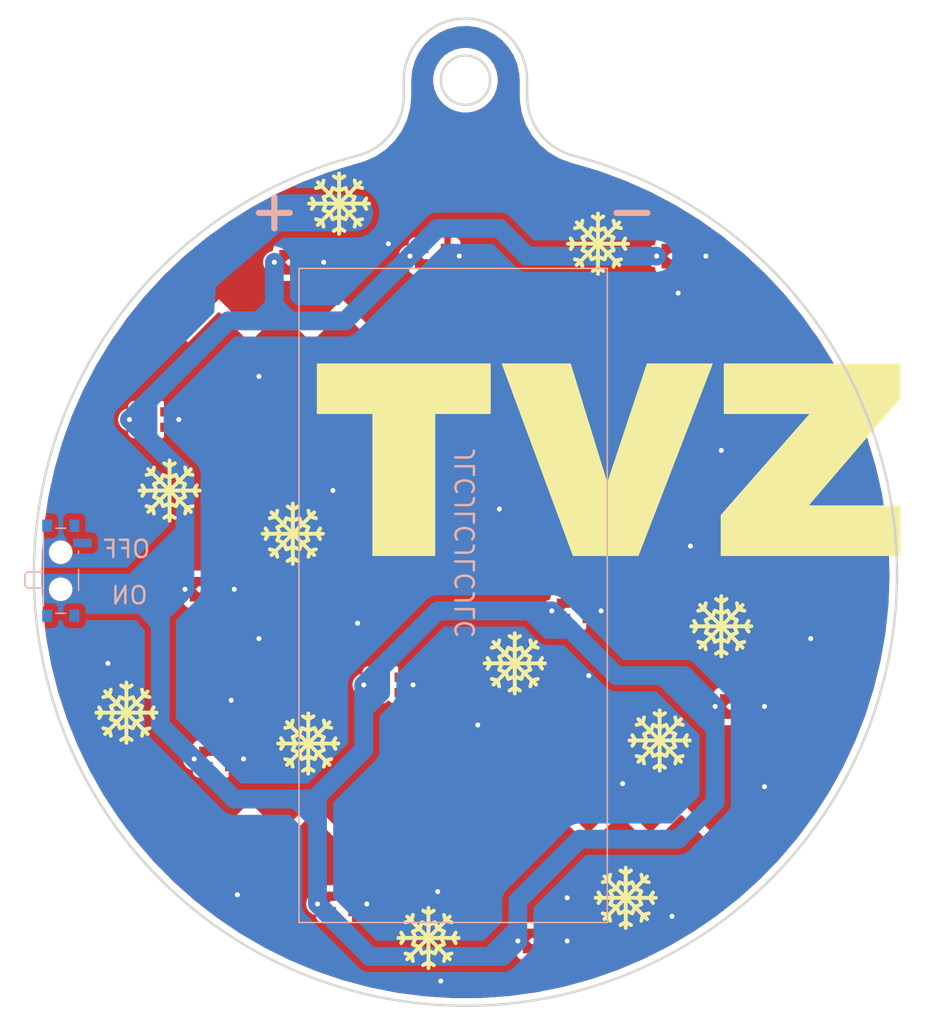
<source format=kicad_pcb>
(kicad_pcb (version 20171130) (host pcbnew "(5.1.10)-1")
  (layers (0 F.Cu signal) (31 B.Cu signal) (34 B.Paste user) (35 F.Paste user) (36 B.SilkS user) (37 F.SilkS user) (38 B.Mask user) (39 F.Mask user) (44 Edge.Cuts user))
  (net 0 "")
  (net 1 "Net-(D1-Pad1)")
  (net 2 "Net-(SW1-Pad3)")
  (net 3 VCC)
  (net 4 GND)
  (module TVZ_kuglica:ukras1 (layer F.Cu) (at 150 126.25)
    (fp_text reference G*** hide)
    (fp_text value LOGO hide)
  )
  (module TVZ_kuglica:ukras1 (layer F.Cu) (at 134 129.5)
    (fp_text reference G*** hide)
    (fp_text value LOGO hide)
  )
  (module TVZ_kuglica:ukras1 (layer F.Cu) (at 147.75 73.25)
    (fp_text reference G*** hide)
    (fp_text value LOGO hide)
  )
  (module TVZ_kuglica:ukras3 (layer F.Cu) (at 137 68.75)
    (fp_text reference G*** hide)
    (fp_text value LOGO hide)
  )
  (module TVZ_kuglica:ukras1 (layer F.Cu) (at 152.75 113.5)
    (fp_text reference G*** hide)
    (fp_text value LOGO hide)
  )
  (module TVZ_kuglica:ukras1 (layer F.Cu) (at 157.75 104.25)
    (fp_text reference G*** hide)
    (fp_text value LOGO hide)
  )
  (module TVZ_kuglica:ukras1 (layer F.Cu) (at 141 107.25)
    (fp_text reference G*** hide)
    (fp_text value LOGO hide)
  )
  (module TVZ_kuglica:ukras1 (layer F.Cu) (at 124.25 113.75)
    (fp_text reference G*** hide)
    (fp_text value LOGO hide)
  )
  (module TVZ_kuglica:ukras1 (layer F.Cu) (at 109.5 111.25)
    (fp_text reference G*** hide)
    (fp_text value LOGO hide)
  )
  (module TVZ_kuglica:ukras1 (layer F.Cu) (at 123 96.75)
    (fp_text reference G*** hide)
    (fp_text value LOGO hide)
  )
  (module TVZ_kuglica:ukras1 (layer F.Cu) (at 113 93.25)
    (fp_text reference G*** hide)
    (fp_text value LOGO hide)
  )
  (module TVZ_kuglica:ukras1 (layer F.Cu) (at 126.75 70)
    (fp_text reference G*** hide)
    (fp_text value LOGO hide)
  )
  (module TVZ_kuglica:BAT-2xAAA-horizontalni_padovi (layer B.Cu) (at 136.5 101.75)
    (fp_text reference BT1 hide)
    (fp_text value 2xAAA)
    (pad 1 smd oval (at -10 -31 90) (size 3 6) (layers B.Cu B.Paste B.Mask) (net 3 VCC))
    (pad 2 smd oval (at 9 -31 270) (size 3 6) (layers B.Cu B.Paste B.Mask) (net 4 GND))
  )
  (module Button_Switch_SMD:SW_SPDT_PCM12 (layer B.Cu) (at 104.5 99.75 90)
    (fp_text reference SW1 hide)
    (fp_text value SW_SPDT)
    (pad "" np_thru_hole circle (at -1.5 -0.33 90) (size 0.9 0.9) (drill 0.9) (layers *.Cu *.Mask))
    (pad "" np_thru_hole circle (at 1.5 -0.33 90) (size 0.9 0.9) (drill 0.9) (layers *.Cu *.Mask))
    (pad 1 smd rect (at -2.25 1.43 90) (size 0.7 1.5) (layers B.Cu B.Paste B.Mask) (net 1 "Net-(D1-Pad1)"))
    (pad 2 smd rect (at 0.75 1.43 90) (size 0.7 1.5) (layers B.Cu B.Paste B.Mask) (net 3 VCC))
    (pad 3 smd rect (at 2.25 1.43 90) (size 0.7 1.5) (layers B.Cu B.Paste B.Mask) (net 2 "Net-(SW1-Pad3)"))
    (pad "" smd rect (at -3.65 -1.43 90) (size 1 0.8) (layers B.Cu B.Paste B.Mask))
    (pad "" smd rect (at 3.65 -1.43 90) (size 1 0.8) (layers B.Cu B.Paste B.Mask))
    (pad "" smd rect (at 3.65 0.78 90) (size 1 0.8) (layers B.Cu B.Paste B.Mask))
    (pad "" smd rect (at -3.65 0.78 90) (size 1 0.8) (layers B.Cu B.Paste B.Mask))
  )
  (module TVZ_kuglica:LED-0807 (layer F.Cu) (at 111.75 87.5)
    (fp_text reference D1 hide)
    (fp_text value RGB)
    (pad 1 smd rect (at -1.05 -0.625) (size 1.1 0.75) (layers F.Cu F.Paste F.Mask) (net 1 "Net-(D1-Pad1)"))
    (pad 2 smd rect (at 1.05 -0.625) (size 1.1 0.75) (layers F.Cu F.Paste F.Mask) (net 4 GND))
    (pad 1 smd rect (at -1.05 0.625) (size 1.1 0.75) (layers F.Cu F.Paste F.Mask) (net 1 "Net-(D1-Pad1)"))
    (pad 2 smd rect (at 1.05 0.625) (size 1.1 0.75) (layers F.Cu F.Paste F.Mask) (net 4 GND))
  )
  (module TVZ_kuglica:LED-0807 (layer F.Cu) (at 123.5 74.75)
    (fp_text reference D2 hide)
    (fp_text value RGB)
    (pad 2 smd rect (at 1.05 0.625) (size 1.1 0.75) (layers F.Cu F.Paste F.Mask) (net 4 GND))
    (pad 1 smd rect (at -1.05 0.625) (size 1.1 0.75) (layers F.Cu F.Paste F.Mask) (net 1 "Net-(D1-Pad1)"))
    (pad 2 smd rect (at 1.05 -0.625) (size 1.1 0.75) (layers F.Cu F.Paste F.Mask) (net 4 GND))
    (pad 1 smd rect (at -1.05 -0.625) (size 1.1 0.75) (layers F.Cu F.Paste F.Mask) (net 1 "Net-(D1-Pad1)"))
  )
  (module TVZ_kuglica:LED-0807 (layer F.Cu) (at 154.5 74.25)
    (fp_text reference D3 hide)
    (fp_text value RGB)
    (pad 1 smd rect (at -1.05 -0.625) (size 1.1 0.75) (layers F.Cu F.Paste F.Mask) (net 1 "Net-(D1-Pad1)"))
    (pad 2 smd rect (at 1.05 -0.625) (size 1.1 0.75) (layers F.Cu F.Paste F.Mask) (net 4 GND))
    (pad 1 smd rect (at -1.05 0.625) (size 1.1 0.75) (layers F.Cu F.Paste F.Mask) (net 1 "Net-(D1-Pad1)"))
    (pad 2 smd rect (at 1.05 0.625) (size 1.1 0.75) (layers F.Cu F.Paste F.Mask) (net 4 GND))
  )
  (module TVZ_kuglica:LED-0807 (layer F.Cu) (at 130.75 109)
    (fp_text reference D4 hide)
    (fp_text value RGB)
    (pad 2 smd rect (at 1.05 0.625) (size 1.1 0.75) (layers F.Cu F.Paste F.Mask) (net 4 GND))
    (pad 1 smd rect (at -1.05 0.625) (size 1.1 0.75) (layers F.Cu F.Paste F.Mask) (net 1 "Net-(D1-Pad1)"))
    (pad 2 smd rect (at 1.05 -0.625) (size 1.1 0.75) (layers F.Cu F.Paste F.Mask) (net 4 GND))
    (pad 1 smd rect (at -1.05 -0.625) (size 1.1 0.75) (layers F.Cu F.Paste F.Mask) (net 1 "Net-(D1-Pad1)"))
  )
  (module TVZ_kuglica:LED-0807 (layer F.Cu) (at 117 115)
    (fp_text reference D5 hide)
    (fp_text value RGB)
    (pad 1 smd rect (at -1.05 -0.625) (size 1.1 0.75) (layers F.Cu F.Paste F.Mask) (net 1 "Net-(D1-Pad1)"))
    (pad 2 smd rect (at 1.05 -0.625) (size 1.1 0.75) (layers F.Cu F.Paste F.Mask) (net 4 GND))
    (pad 1 smd rect (at -1.05 0.625) (size 1.1 0.75) (layers F.Cu F.Paste F.Mask) (net 1 "Net-(D1-Pad1)"))
    (pad 2 smd rect (at 1.05 0.625) (size 1.1 0.75) (layers F.Cu F.Paste F.Mask) (net 4 GND))
  )
  (module TVZ_kuglica:LED-0807 (layer F.Cu) (at 116.25 101.25)
    (fp_text reference D6 hide)
    (fp_text value RGB)
    (pad 2 smd rect (at 1.05 0.625) (size 1.1 0.75) (layers F.Cu F.Paste F.Mask) (net 4 GND))
    (pad 1 smd rect (at -1.05 0.625) (size 1.1 0.75) (layers F.Cu F.Paste F.Mask) (net 1 "Net-(D1-Pad1)"))
    (pad 2 smd rect (at 1.05 -0.625) (size 1.1 0.75) (layers F.Cu F.Paste F.Mask) (net 4 GND))
    (pad 1 smd rect (at -1.05 -0.625) (size 1.1 0.75) (layers F.Cu F.Paste F.Mask) (net 1 "Net-(D1-Pad1)"))
  )
  (module TVZ_kuglica:LED-0807 (layer F.Cu) (at 143.25 129.75)
    (fp_text reference D7 hide)
    (fp_text value RGB)
    (pad 1 smd rect (at -1.05 -0.625) (size 1.1 0.75) (layers F.Cu F.Paste F.Mask) (net 1 "Net-(D1-Pad1)"))
    (pad 2 smd rect (at 1.05 -0.625) (size 1.1 0.75) (layers F.Cu F.Paste F.Mask) (net 4 GND))
    (pad 1 smd rect (at -1.05 0.625) (size 1.1 0.75) (layers F.Cu F.Paste F.Mask) (net 1 "Net-(D1-Pad1)"))
    (pad 2 smd rect (at 1.05 0.625) (size 1.1 0.75) (layers F.Cu F.Paste F.Mask) (net 4 GND))
  )
  (module TVZ_kuglica:LED-0807 (layer F.Cu) (at 159.25 110.75)
    (fp_text reference D8 hide)
    (fp_text value RGB)
    (pad 2 smd rect (at 1.05 0.625) (size 1.1 0.75) (layers F.Cu F.Paste F.Mask) (net 4 GND))
    (pad 1 smd rect (at -1.05 0.625) (size 1.1 0.75) (layers F.Cu F.Paste F.Mask) (net 1 "Net-(D1-Pad1)"))
    (pad 2 smd rect (at 1.05 -0.625) (size 1.1 0.75) (layers F.Cu F.Paste F.Mask) (net 4 GND))
    (pad 1 smd rect (at -1.05 -0.625) (size 1.1 0.75) (layers F.Cu F.Paste F.Mask) (net 1 "Net-(D1-Pad1)"))
  )
  (module TVZ_kuglica:LED-0807 (layer F.Cu) (at 134.5 74.25)
    (fp_text reference D9 hide)
    (fp_text value RGB)
    (pad 1 smd rect (at -1.05 -0.625) (size 1.1 0.75) (layers F.Cu F.Paste F.Mask) (net 1 "Net-(D1-Pad1)"))
    (pad 2 smd rect (at 1.05 -0.625) (size 1.1 0.75) (layers F.Cu F.Paste F.Mask) (net 4 GND))
    (pad 1 smd rect (at -1.05 0.625) (size 1.1 0.75) (layers F.Cu F.Paste F.Mask) (net 1 "Net-(D1-Pad1)"))
    (pad 2 smd rect (at 1.05 0.625) (size 1.1 0.75) (layers F.Cu F.Paste F.Mask) (net 4 GND))
  )
  (module TVZ_kuglica:LED-0807 (layer F.Cu) (at 146 103)
    (fp_text reference D10 hide)
    (fp_text value RGB)
    (pad 2 smd rect (at 1.05 0.625) (size 1.1 0.75) (layers F.Cu F.Paste F.Mask) (net 4 GND))
    (pad 1 smd rect (at -1.05 0.625) (size 1.1 0.75) (layers F.Cu F.Paste F.Mask) (net 1 "Net-(D1-Pad1)"))
    (pad 2 smd rect (at 1.05 -0.625) (size 1.1 0.75) (layers F.Cu F.Paste F.Mask) (net 4 GND))
    (pad 1 smd rect (at -1.05 -0.625) (size 1.1 0.75) (layers F.Cu F.Paste F.Mask) (net 1 "Net-(D1-Pad1)"))
  )
  (module TVZ_kuglica:LED-0807 (layer F.Cu) (at 127 126.75)
    (fp_text reference D11 hide)
    (fp_text value RGB)
    (pad 1 smd rect (at -1.05 -0.625) (size 1.1 0.75) (layers F.Cu F.Paste F.Mask) (net 1 "Net-(D1-Pad1)"))
    (pad 2 smd rect (at 1.05 -0.625) (size 1.1 0.75) (layers F.Cu F.Paste F.Mask) (net 4 GND))
    (pad 1 smd rect (at -1.05 0.625) (size 1.1 0.75) (layers F.Cu F.Paste F.Mask) (net 1 "Net-(D1-Pad1)"))
    (pad 2 smd rect (at 1.05 0.625) (size 1.1 0.75) (layers F.Cu F.Paste F.Mask) (net 4 GND))
  )
  (gr_poly (pts (xy 172.25 85.75) (xy 164.75 94.5) (xy 172.25 94.5) (xy 172.25 98.5) (xy 157.75 98.5) (xy 157.75 95.25) (xy 165 87) (xy 158 87) (xy 158 83) (xy 172.25 83)) (layer F.SilkS) (width 0.1))
  (gr_poly (pts (xy 148.5 92.75) (xy 151.75 83) (xy 157 83) (xy 151 98.5) (xy 145.75 98.5) (xy 140 83) (xy 145.5 83)) (layer F.SilkS) (width 0.1))
  (gr_poly (pts (xy 139 87) (xy 134.5 87) (xy 134.5 98.5) (xy 129.5 98.5) (xy 129.5 87) (xy 125 87) (xy 125 83) (xy 139 83)) (layer F.SilkS) (width 0.1))
  (gr_line (start 132 61.270167) (end 132 60) (layer Edge.Cuts) (width 0.2))
  (gr_arc (start 147 61.270167) (end 142 61.270167) (angle -75.52248781) (layer Edge.Cuts) (width 0.2))
  (gr_arc (start 137 60) (end 142 60) (angle -180) (layer Edge.Cuts) (width 0.2))
  (gr_arc (start 137 100) (end 128.249999 66.111396) (angle -331.0449756) (layer Edge.Cuts) (width 0.2))
  (gr_arc (start 126.999999 61.270167) (end 128.249999 66.111396) (angle -75.52248781) (layer Edge.Cuts) (width 0.2))
  (gr_line (start 142 60) (end 142 61.270167) (layer Edge.Cuts) (width 0.2))
  (gr_text ON (at 109.75 101.75) (layer B.SilkS) (effects (font (size 1.4 1.4) (thickness 0.2)) (justify mirror)))
  (gr_text OFF (at 109.5 98) (layer B.SilkS) (effects (font (size 1.4 1.4) (thickness 0.2)) (justify mirror)))
  (gr_text JLCJLCJLCJLC (at 137 97.5 90) (layer B.SilkS) (effects (font (size 1.5 1.5) (thickness 0.2)) (justify mirror)))
  (gr_circle (center 137 60) (end 139 60) (layer Edge.Cuts) (width 0.2))
  (via (at 144 103) (size 0.8) (drill 0.4) (layers F.Cu B.Cu) (net 1))
  (via (at 157.25 110.75) (size 0.8) (drill 0.4) (layers F.Cu B.Cu) (net 1))
  (via (at 141.25 129.75) (size 0.8) (drill 0.4) (layers F.Cu B.Cu) (net 1))
  (via (at 109.75 87.5) (size 0.8) (drill 0.4) (layers F.Cu B.Cu) (net 1))
  (via (at 121.5 74.75) (size 0.8) (drill 0.4) (layers F.Cu B.Cu) (net 1))
  (via (at 132.5 74.25) (size 0.8) (drill 0.4) (layers F.Cu B.Cu) (net 1))
  (via (at 152.5 74.25) (size 0.8) (drill 0.4) (layers F.Cu B.Cu) (net 1))
  (via (at 128.75 109) (size 0.8) (drill 0.4) (layers F.Cu B.Cu) (net 1))
  (via (at 114.25 101.25) (size 0.8) (drill 0.4) (layers F.Cu B.Cu) (net 1))
  (via (at 115 115) (size 0.8) (drill 0.4) (layers F.Cu B.Cu) (net 1))
  (segment (start 115.325 115) (end 115.95 114.375) (width 0.762) (layer F.Cu) (net 1))
  (segment (start 115.325 115) (end 115.95 115.625) (width 0.762) (layer F.Cu) (net 1))
  (segment (start 115 115) (end 115.325 115) (width 0.762) (layer F.Cu) (net 1))
  (segment (start 114.575 101.25) (end 115.2 100.625) (width 0.762) (layer F.Cu) (net 1))
  (segment (start 114.575 101.25) (end 115.2 101.875) (width 0.762) (layer F.Cu) (net 1))
  (segment (start 114.25 101.25) (end 114.575 101.25) (width 0.762) (layer F.Cu) (net 1))
  (segment (start 129.075 109) (end 129.7 109.625) (width 0.762) (layer F.Cu) (net 1))
  (segment (start 129.075 109) (end 129.7 108.375) (width 0.762) (layer F.Cu) (net 1))
  (segment (start 128.75 109) (end 129.075 109) (width 0.762) (layer F.Cu) (net 1))
  (segment (start 152.825 74.25) (end 153.45 74.875) (width 0.762) (layer F.Cu) (net 1))
  (segment (start 152.825 74.25) (end 153.45 73.625) (width 0.762) (layer F.Cu) (net 1))
  (segment (start 157.575 110.75) (end 158.2 110.125) (width 0.762) (layer F.Cu) (net 1))
  (segment (start 157.575 110.75) (end 158.2 111.375) (width 0.762) (layer F.Cu) (net 1))
  (segment (start 157.25 110.75) (end 157.575 110.75) (width 0.762) (layer F.Cu) (net 1))
  (segment (start 144.325 103) (end 144.95 102.375) (width 0.762) (layer F.Cu) (net 1))
  (segment (start 144.325 103) (end 144.95 103.625) (width 0.762) (layer F.Cu) (net 1))
  (segment (start 144 103) (end 144.325 103) (width 0.762) (layer F.Cu) (net 1))
  (segment (start 110.075 87.5) (end 110.7 86.875) (width 0.762) (layer F.Cu) (net 1))
  (segment (start 110.075 87.5) (end 110.7 88.125) (width 0.762) (layer F.Cu) (net 1))
  (segment (start 109.75 87.5) (end 110.075 87.5) (width 0.762) (layer F.Cu) (net 1))
  (segment (start 121.825 74.75) (end 122.45 74.125) (width 0.762) (layer F.Cu) (net 1))
  (segment (start 121.825 74.75) (end 122.45 75.375) (width 0.762) (layer F.Cu) (net 1))
  (segment (start 121.5 74.75) (end 121.825 74.75) (width 0.762) (layer F.Cu) (net 1))
  (segment (start 132.825 74.25) (end 133.45 73.625) (width 0.762) (layer F.Cu) (net 1))
  (segment (start 132.825 74.25) (end 133.45 74.875) (width 0.762) (layer F.Cu) (net 1))
  (segment (start 141.575 129.75) (end 142.2 130.375) (width 0.762) (layer F.Cu) (net 1))
  (segment (start 141.575 129.75) (end 142.2 129.125) (width 0.762) (layer F.Cu) (net 1))
  (segment (start 141.25 129.75) (end 141.575 129.75) (width 0.762) (layer F.Cu) (net 1))
  (segment (start 115 115) (end 112.25 112.25) (width 1.524) (layer B.Cu) (net 1))
  (segment (start 112.25 112.25) (end 112.25 103.25) (width 1.524) (layer B.Cu) (net 1))
  (segment (start 112.25 103.25) (end 114.25 101.25) (width 1.524) (layer B.Cu) (net 1))
  (segment (start 114.25 95.25) (end 114.25 92) (width 1.524) (layer B.Cu) (net 1))
  (segment (start 111.25 86) (end 111.375 85.875) (width 1.524) (layer B.Cu) (net 1))
  (segment (start 111.375 85.875) (end 116.75 80.5) (width 1.524) (layer B.Cu) (net 1))
  (segment (start 109.75 87.5) (end 111.375 85.875) (width 1.524) (layer B.Cu) (net 1))
  (segment (start 111.25 89) (end 111.25 86) (width 1.524) (layer B.Cu) (net 1))
  (segment (start 114.25 92) (end 111.25 89) (width 1.524) (layer B.Cu) (net 1))
  (segment (start 111.25 89) (end 109.75 87.5) (width 1.524) (layer B.Cu) (net 1))
  (segment (start 145.5 104.5) (end 143.75 104.5) (width 1.524) (layer B.Cu) (net 1))
  (segment (start 142.25 103) (end 134.75 103) (width 1.524) (layer B.Cu) (net 1))
  (segment (start 143.75 104.5) (end 142.25 103) (width 1.524) (layer B.Cu) (net 1))
  (segment (start 144 103) (end 142.25 103) (width 1.524) (layer B.Cu) (net 1))
  (segment (start 145.5 104.5) (end 144 103) (width 1.524) (layer B.Cu) (net 1))
  (segment (start 128.75 114.25) (end 124.75 118.25) (width 1.524) (layer B.Cu) (net 1))
  (segment (start 118.25 118.25) (end 115 115) (width 1.524) (layer B.Cu) (net 1))
  (segment (start 130.125 109.625) (end 128.75 111) (width 1.524) (layer B.Cu) (net 1))
  (segment (start 128.75 111) (end 128.75 114.25) (width 1.524) (layer B.Cu) (net 1))
  (segment (start 128.75 109) (end 128.75 111) (width 1.524) (layer B.Cu) (net 1))
  (segment (start 134.75 103) (end 130.125 107.625) (width 1.524) (layer B.Cu) (net 1))
  (segment (start 130.125 107.625) (end 130.125 109.625) (width 1.524) (layer B.Cu) (net 1))
  (segment (start 130.125 107.625) (end 128.75 109) (width 1.524) (layer B.Cu) (net 1))
  (segment (start 134.75 72) (end 132.5 74.25) (width 1.524) (layer B.Cu) (net 1))
  (segment (start 139.75 72) (end 134.75 72) (width 1.524) (layer B.Cu) (net 1))
  (segment (start 142 74.25) (end 139.75 72) (width 1.524) (layer B.Cu) (net 1))
  (segment (start 152.5 74.25) (end 142 74.25) (width 1.524) (layer B.Cu) (net 1))
  (segment (start 117.75 79.5) (end 116.75 80.5) (width 1.524) (layer B.Cu) (net 1))
  (segment (start 127.25 79.5) (end 132.5 74.25) (width 1.524) (layer B.Cu) (net 1))
  (segment (start 119.5 79.5) (end 119 79.5) (width 1.524) (layer B.Cu) (net 1))
  (segment (start 117.75 79.5) (end 119.5 79.5) (width 1.524) (layer B.Cu) (net 1))
  (segment (start 141.25 126.5) (end 146.25 121.5) (width 1.524) (layer B.Cu) (net 1))
  (segment (start 146.25 121.5) (end 154.25 121.5) (width 1.524) (layer B.Cu) (net 1))
  (segment (start 154.25 121.5) (end 157.25 118.5) (width 1.524) (layer B.Cu) (net 1))
  (segment (start 157.25 112.5) (end 157.25 110.75) (width 1.524) (layer B.Cu) (net 1))
  (segment (start 157.25 118.5) (end 157.25 112.5) (width 1.524) (layer B.Cu) (net 1))
  (segment (start 157.25 110.75) (end 154.75 108.25) (width 1.524) (layer B.Cu) (net 1))
  (segment (start 149.25 108.25) (end 147.75 106.75) (width 1.524) (layer B.Cu) (net 1))
  (segment (start 147.75 106.75) (end 145.5 104.5) (width 1.524) (layer B.Cu) (net 1))
  (segment (start 157.25 112.5) (end 153 108.25) (width 1.524) (layer B.Cu) (net 1))
  (segment (start 153 108.25) (end 149.25 108.25) (width 1.524) (layer B.Cu) (net 1))
  (segment (start 154.75 108.25) (end 153 108.25) (width 1.524) (layer B.Cu) (net 1))
  (segment (start 112.25 101.25) (end 114.25 99.25) (width 1.524) (layer B.Cu) (net 1))
  (segment (start 112.25 103.25) (end 112.25 101.25) (width 1.524) (layer B.Cu) (net 1))
  (segment (start 114.25 99.25) (end 114.25 95.25) (width 1.524) (layer B.Cu) (net 1))
  (segment (start 114.25 101.25) (end 114.25 99.25) (width 1.524) (layer B.Cu) (net 1))
  (via (at 125 126.75) (size 0.8) (drill 0.4) (layers F.Cu B.Cu) (net 1))
  (segment (start 125.325 126.75) (end 125.95 126.125) (width 0.762) (layer F.Cu) (net 1))
  (segment (start 125.325 126.75) (end 125.95 127.375) (width 0.762) (layer F.Cu) (net 1))
  (segment (start 125 126.75) (end 125.325 126.75) (width 0.762) (layer F.Cu) (net 1))
  (segment (start 125 118.5) (end 124.75 118.25) (width 1.524) (layer B.Cu) (net 1))
  (segment (start 123.25 118.25) (end 125 120) (width 1.524) (layer B.Cu) (net 1))
  (segment (start 125 120) (end 125 118.5) (width 1.524) (layer B.Cu) (net 1))
  (segment (start 124.75 118.25) (end 123.25 118.25) (width 1.524) (layer B.Cu) (net 1))
  (segment (start 125 126.75) (end 125 120) (width 1.524) (layer B.Cu) (net 1))
  (segment (start 123.25 118.25) (end 118.25 118.25) (width 1.524) (layer B.Cu) (net 1))
  (segment (start 141.25 129.75) (end 140 131) (width 1.524) (layer B.Cu) (net 1))
  (segment (start 129.25 131) (end 125 126.75) (width 1.524) (layer B.Cu) (net 1))
  (segment (start 138.75 131) (end 139 131) (width 1.524) (layer B.Cu) (net 1))
  (segment (start 139 131) (end 141.25 128.75) (width 1.524) (layer B.Cu) (net 1))
  (segment (start 141.25 128.75) (end 141.25 126.5) (width 1.524) (layer B.Cu) (net 1))
  (segment (start 141.25 129.75) (end 141.25 128.75) (width 1.524) (layer B.Cu) (net 1))
  (segment (start 140 131) (end 138.75 131) (width 1.524) (layer B.Cu) (net 1))
  (segment (start 138.75 131) (end 129.25 131) (width 1.524) (layer B.Cu) (net 1))
  (segment (start 121.5 79.25) (end 121.75 79.5) (width 1.524) (layer B.Cu) (net 1))
  (segment (start 119.5 79.5) (end 121.75 79.5) (width 1.524) (layer B.Cu) (net 1))
  (segment (start 119.5 79.5) (end 120.25 79.5) (width 1.524) (layer B.Cu) (net 1))
  (segment (start 121.5 78.25) (end 121.5 79.25) (width 1.524) (layer B.Cu) (net 1))
  (segment (start 120.25 79.5) (end 121.5 78.25) (width 1.524) (layer B.Cu) (net 1))
  (segment (start 121.5 74.75) (end 121.5 78.25) (width 1.524) (layer B.Cu) (net 1))
  (segment (start 121.5 78.25) (end 122.75 79.5) (width 1.524) (layer B.Cu) (net 1))
  (segment (start 122.75 79.5) (end 127.25 79.5) (width 1.524) (layer B.Cu) (net 1))
  (segment (start 121.75 79.5) (end 122.75 79.5) (width 1.524) (layer B.Cu) (net 1))
  (segment (start 105.93 99) (end 108.75 99) (width 0.762) (layer B.Cu) (net 3))
  (segment (start 108.75 99) (end 109.75 98) (width 0.762) (layer B.Cu) (net 3))
  (segment (start 109.75 98) (end 109.75 94) (width 0.762) (layer B.Cu) (net 3))
  (segment (start 109.75 94) (end 107.25 91.5) (width 0.762) (layer B.Cu) (net 3))
  (segment (start 107.25 91.5) (end 107.25 86) (width 0.762) (layer B.Cu) (net 3))
  (segment (start 107.25 86) (end 113.5 79.75) (width 0.762) (layer B.Cu) (net 3))
  (segment (start 113.5 79.75) (end 113.5 77) (width 0.762) (layer B.Cu) (net 3))
  (segment (start 119.75 70.75) (end 126.5 70.75) (width 0.762) (layer B.Cu) (net 3))
  (segment (start 113.5 77) (end 119.75 70.75) (width 0.762) (layer B.Cu) (net 3))
  (via (at 118.5 126) (size 0.8) (drill 0.4) (layers F.Cu B.Cu) (net 4))
  (via (at 134.75 125.75) (size 0.8) (drill 0.4) (layers F.Cu B.Cu) (net 4))
  (via (at 135 133) (size 0.8) (drill 0.4) (layers F.Cu B.Cu) (net 4))
  (via (at 145.25 126.25) (size 0.8) (drill 0.4) (layers F.Cu B.Cu) (net 4))
  (via (at 153.75 127.75) (size 0.8) (drill 0.4) (layers F.Cu B.Cu) (net 4))
  (via (at 154.25 77.25) (size 0.8) (drill 0.4) (layers F.Cu B.Cu) (net 4))
  (via (at 130.75 73.25) (size 0.8) (drill 0.4) (layers F.Cu B.Cu) (net 4))
  (via (at 120.25 84) (size 0.8) (drill 0.4) (layers F.Cu B.Cu) (net 4))
  (via (at 126.25 93.25) (size 0.8) (drill 0.4) (layers F.Cu B.Cu) (net 4))
  (via (at 120.25 105.25) (size 0.8) (drill 0.4) (layers F.Cu B.Cu) (net 4))
  (via (at 128.25 104) (size 0.8) (drill 0.4) (layers F.Cu B.Cu) (net 4))
  (via (at 108 107.25) (size 0.8) (drill 0.4) (layers F.Cu B.Cu) (net 4))
  (via (at 118 110.25) (size 0.8) (drill 0.4) (layers F.Cu B.Cu) (net 4))
  (via (at 138 112.25) (size 0.8) (drill 0.4) (layers F.Cu B.Cu) (net 4))
  (via (at 149.75 117) (size 0.8) (drill 0.4) (layers F.Cu B.Cu) (net 4))
  (via (at 147 108.25) (size 0.8) (drill 0.4) (layers F.Cu B.Cu) (net 4))
  (via (at 165 105.25) (size 0.8) (drill 0.4) (layers F.Cu B.Cu) (net 4))
  (via (at 161.25 117.25) (size 0.8) (drill 0.4) (layers F.Cu B.Cu) (net 4))
  (via (at 155.25 97.75) (size 0.8) (drill 0.4) (layers F.Cu B.Cu) (net 4))
  (via (at 157.75 90) (size 0.8) (drill 0.4) (layers F.Cu B.Cu) (net 4))
  (via (at 139.75 94.75) (size 0.8) (drill 0.4) (layers F.Cu B.Cu) (net 4))
  (via (at 161.25 110.75) (size 0.8) (drill 0.4) (layers F.Cu B.Cu) (net 4))
  (via (at 132.75 109) (size 0.8) (drill 0.4) (layers F.Cu B.Cu) (net 4))
  (via (at 148 103) (size 0.8) (drill 0.4) (layers F.Cu B.Cu) (net 4))
  (via (at 119 115) (size 0.8) (drill 0.4) (layers F.Cu B.Cu) (net 4))
  (via (at 118.25 101.25) (size 0.8) (drill 0.4) (layers F.Cu B.Cu) (net 4))
  (via (at 145.25 129.75) (size 0.8) (drill 0.4) (layers F.Cu B.Cu) (net 4))
  (via (at 113.75 87.5) (size 0.8) (drill 0.4) (layers F.Cu B.Cu) (net 4))
  (via (at 136.5 74.25) (size 0.8) (drill 0.4) (layers F.Cu B.Cu) (net 4))
  (via (at 156.5 74.25) (size 0.8) (drill 0.4) (layers F.Cu B.Cu) (net 4))
  (via (at 125.5 74.75) (size 0.8) (drill 0.4) (layers F.Cu B.Cu) (net 4))
  (via (at 129 126.75) (size 0.8) (drill 0.4) (layers F.Cu B.Cu) (net 4))
  (zone (net 4) (net_name GND) (layer F.Cu) (connect_pads (clearance 0.508)) (min_thickness 0.254) (fill yes (arc_segments 32) (thermal_gap 0.508) (thermal_bridge_width 0.508))
    (polygon (pts (xy 175.75 53.5) (xy 175.75 136.5) (xy 99.25 136.5) (xy 99.25 53.75)))
  )
  (zone (net 4) (net_name GND) (layer B.Cu) (connect_pads yes (clearance 0.508)) (min_thickness 0.254) (fill yes (arc_segments 32) (thermal_gap 0.508) (thermal_bridge_width 0.508))
    (polygon (pts (xy 175.75 53.5) (xy 175.75 136.5) (xy 99.25 136.5) (xy 99.25 53.75)))
  )
  (zone (net 3) (net_name VCC) (layer B.Cu) (priority 1) (connect_pads yes (clearance 0.508)) (min_thickness 0.254) (fill yes (arc_segments 32) (thermal_gap 0.508) (thermal_bridge_width 0.508))
    (polygon (pts (xy 125 72.25) (xy 122 72.25) (xy 116.75 76.75) (xy 116.5 80.75) (xy 111 86.25) (xy 110.75 88.25) (xy 113.75 91.5) (xy 113.75 96) (xy 109.75 100) (xy 101.25 100) (xy 101.25 69.25) (xy 125 69.25)))
  )
  (zone (net 1) (net_name "Net-(D1-Pad1)") (layer B.Cu) (priority 2) (connect_pads yes (clearance 0.508)) (min_thickness 0.254) (fill yes (arc_segments 32) (thermal_gap 0.508) (thermal_bridge_width 0.508))
    (polygon (pts (xy 114.25 101.25) (xy 112.25 103.25) (xy 112.25 105.25) (xy 110.5 103.25) (xy 101.25 103.25) (xy 101.25 100) (xy 109.75 100) (xy 114.25 95.5)))
  )
  (zone (net 0) (net_name "") (layer F.Cu) (connect_pads (clearance 0.508)) (min_thickness 0.254)
    (keepout (tracks not_allowed) (vias not_allowed) (copperpour not_allowed))
    (fill (arc_segments 32) (thermal_gap 0.508) (thermal_bridge_width 0.508))
    (polygon (pts (xy 109.5 80.25) (xy 112 77.75) (xy 114.5 80.25) (xy 117 77.75) (xy 119.5 80.25) (xy 122 77.75) (xy 124.5 80.25) (xy 127 77.75) (xy 129.5 80.25) (xy 132 77.75) (xy 134.5 80.25) (xy 137 77.75) (xy 139.5 80.25) (xy 142 77.75) (xy 144.5 80.25) (xy 147 77.75) (xy 149.5 80.25) (xy 152 77.75) (xy 154.5 80.25) (xy 157 77.75) (xy 159.5 80.25) (xy 162 77.75) (xy 164.5 80.25) (xy 165.25 79.5) (xy 165.75 80) (xy 164.5 81.25) (xy 162 78.75) (xy 159.5 81.25) (xy 157 78.75) (xy 154.5 81.25) (xy 152 78.75) (xy 149.5 81.25) (xy 147 78.75) (xy 144.5 81.25) (xy 142 78.75) (xy 139.5 81.25) (xy 137 78.75) (xy 134.5 81.25) (xy 132 78.75) (xy 129.5 81.25) (xy 127 78.75) (xy 124.5 81.25) (xy 122 78.75) (xy 119.5 81.25) (xy 117 78.75) (xy 114.5 81.25) (xy 112 78.75) (xy 109.5 81.25) (xy 106.25 78) (xy 106.75 77.5)))
  )
  (zone (net 0) (net_name "") (layer F.Cu) (connect_pads (clearance 0.508)) (min_thickness 0.254)
    (keepout (tracks not_allowed) (vias not_allowed) (copperpour not_allowed))
    (fill (arc_segments 32) (thermal_gap 0.508) (thermal_bridge_width 0.508))
    (polygon (pts (xy 112 121) (xy 114.5 118.5) (xy 117 121) (xy 119.5 118.5) (xy 122 121) (xy 124.5 118.5) (xy 127 121) (xy 129.5 118.5) (xy 132 121) (xy 134.5 118.5) (xy 137 121) (xy 139.5 118.5) (xy 142 121) (xy 144.5 118.5) (xy 147 121) (xy 149.5 118.5) (xy 152 121) (xy 154.5 118.5) (xy 157 121) (xy 159.5 118.5) (xy 162 121) (xy 164.5 118.5) (xy 167 121) (xy 167.75 120.25) (xy 168.25 120.75) (xy 167 122) (xy 164.5 119.5) (xy 162 122) (xy 159.5 119.5) (xy 157 122) (xy 154.5 119.5) (xy 152 122) (xy 149.5 119.5) (xy 147 122) (xy 144.5 119.5) (xy 142 122) (xy 139.5 119.5) (xy 137 122) (xy 134.5 119.5) (xy 132 122) (xy 129.5 119.5) (xy 127 122) (xy 124.5 119.5) (xy 122 122) (xy 119.5 119.5) (xy 117 122) (xy 114.5 119.5) (xy 112 122) (xy 109.5 119.5) (xy 108.5 120.5) (xy 108.125 119.875) (xy 109.5 118.5)))
  )
)
</source>
